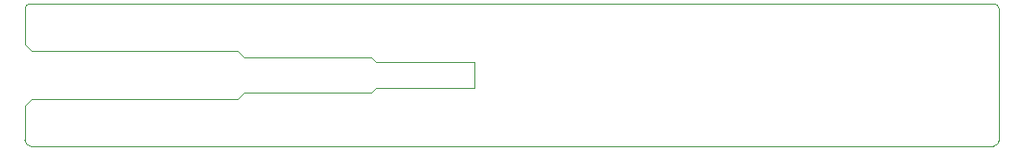
<source format=gbr>
%TF.GenerationSoftware,KiCad,Pcbnew,(6.99.0-4266-g9b4505c6d2)*%
%TF.CreationDate,2022-11-13T11:25:59+08:00*%
%TF.ProjectId,ESP_PD210,4553505f-5044-4323-9130-2e6b69636164,Bata1*%
%TF.SameCoordinates,Original*%
%TF.FileFunction,Profile,NP*%
%FSLAX46Y46*%
G04 Gerber Fmt 4.6, Leading zero omitted, Abs format (unit mm)*
G04 Created by KiCad (PCBNEW (6.99.0-4266-g9b4505c6d2)) date 2022-11-13 11:25:59*
%MOMM*%
%LPD*%
G01*
G04 APERTURE LIST*
%TA.AperFunction,Profile*%
%ADD10C,0.100000*%
%TD*%
G04 APERTURE END LIST*
D10*
X106562995Y-110731605D02*
G75*
G03*
X107063025Y-111231605I500005J5D01*
G01*
X194911784Y-111231584D02*
G75*
G03*
X195411784Y-110731605I16J499984D01*
G01*
X195411794Y-98731606D02*
G75*
G03*
X194911779Y-98231606I-499894J106D01*
G01*
X107063025Y-98231625D02*
G75*
G03*
X106563025Y-98731606I-25J-499975D01*
G01*
X194911784Y-111231605D02*
X107063025Y-111231605D01*
X106563025Y-101931606D02*
X106563025Y-98731606D01*
X195411779Y-98731606D02*
X195411779Y-110731606D01*
X194911779Y-98231606D02*
X107063025Y-98231606D01*
X106563025Y-110731605D02*
X106563025Y-107531606D01*
%TO.C,J2*%
X107163025Y-102531606D02*
X106563025Y-101931606D01*
X107163025Y-102531606D02*
X125963025Y-102531606D01*
X107163025Y-106931606D02*
X106563025Y-107531606D01*
X107163025Y-106931606D02*
X125963025Y-106931606D01*
X125963025Y-106931606D02*
X126563025Y-106331606D01*
X126563025Y-103131606D02*
X125963025Y-102531606D01*
X126563025Y-103131606D02*
X138163025Y-103131606D01*
X126563025Y-106331606D02*
X138163025Y-106331606D01*
X138163025Y-103131606D02*
X138563025Y-103531606D01*
X138163025Y-106331606D02*
X138563025Y-105931606D01*
X138563025Y-103531606D02*
X147563025Y-103531606D01*
X138563025Y-105931606D02*
X147563025Y-105931606D01*
X147563025Y-103531606D02*
X147563025Y-105931606D01*
%TD*%
M02*

</source>
